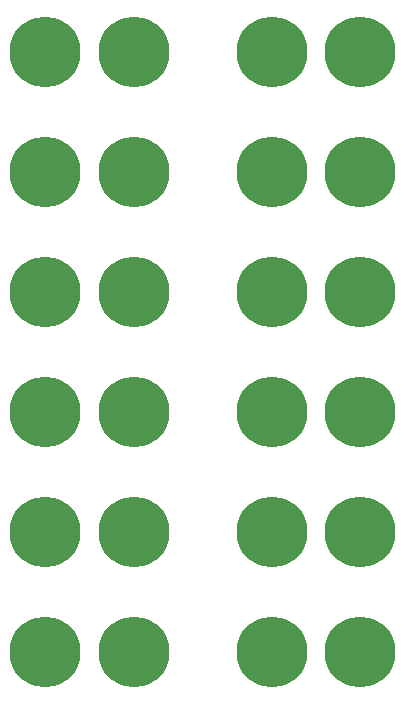
<source format=gbr>
G04 #@! TF.FileFunction,Soldermask,Top*
%FSLAX46Y46*%
G04 Gerber Fmt 4.6, Leading zero omitted, Abs format (unit mm)*
G04 Created by KiCad (PCBNEW 4.0.7-e2-6376~58~ubuntu16.04.1) date Mon Sep 11 23:35:24 2017*
%MOMM*%
%LPD*%
G01*
G04 APERTURE LIST*
%ADD10C,0.100000*%
%ADD11C,6.000000*%
G04 APERTURE END LIST*
D10*
D11*
X140970000Y-58420000D03*
X133470000Y-58420000D03*
X140970000Y-68580000D03*
X133470000Y-68580000D03*
X140970000Y-78740000D03*
X133470000Y-78740000D03*
X140970000Y-88900000D03*
X133470000Y-88900000D03*
X140970000Y-99060000D03*
X133470000Y-99060000D03*
X140970000Y-109220000D03*
X133470000Y-109220000D03*
X114300000Y-58420000D03*
X121800000Y-58420000D03*
X114300000Y-68580000D03*
X121800000Y-68580000D03*
X114300000Y-78740000D03*
X121800000Y-78740000D03*
X114300000Y-88900000D03*
X121800000Y-88900000D03*
X114300000Y-99060000D03*
X121800000Y-99060000D03*
X114300000Y-109220000D03*
X121800000Y-109220000D03*
M02*

</source>
